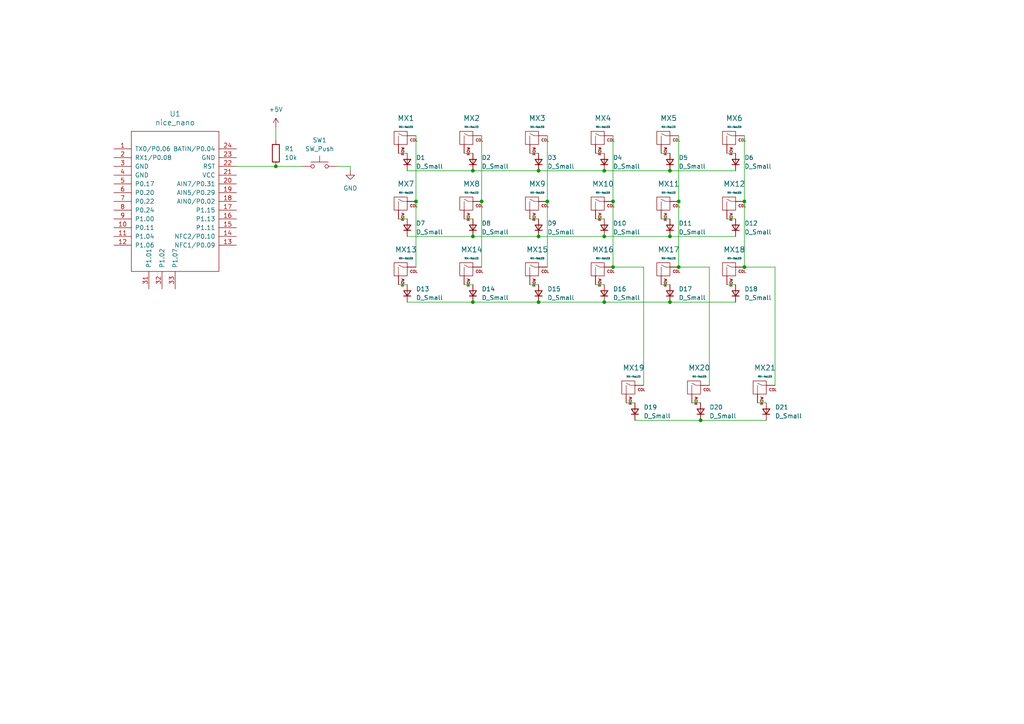
<source format=kicad_sch>
(kicad_sch (version 20230121) (generator eeschema)
  (paper "A4")
  (lib_symbols
    (symbol "Device:D_Small" (pin_numbers hide) (pin_names (offset 0.254) hide)
      (property "Reference" "D" (at -1.27 2.032 0))
      (property "Value" "D_Small" (at -3.81 -2.032 0))
      (symbol "D_Small_0_1"
        (polyline (pts (xy -0.762 -1.016) (xy -0.762 1.016)) (stroke (width 0.254)))
        (polyline (pts (xy -0.762 0) (xy 0.762 0)))
        (polyline (pts (xy 0.762 -1.016) (xy -0.762 0) (xy 0.762 1.016) (xy 0.762 -1.016)) (stroke (width 0.254)))
      )
      (symbol "D_Small_1_1"
        (pin passive line (at -2.54 0 0) (length 1.778) (name "K") (number "1"))
        (pin passive line (at 2.54 0 180) (length 1.778) (name "A") (number "2"))
      )
    )
    (symbol "Device:R" (pin_numbers hide) (pin_names (offset 0))
      (property "Reference" "R" (at 2.032 0 90))
      (property "Value" "R" (at 0 0 90))
      (symbol "R_0_1"
        (rectangle (start -1.016 -2.54) (end 1.016 2.54) (stroke (width 0.254)))
      )
      (symbol "R_1_1"
        (pin passive line (at 0 3.81 270) (length 1.27) (name "~") (number "1"))
        (pin passive line (at 0 -3.81 90) (length 1.27) (name "~") (number "2"))
      )
    )
    (symbol "MX_Alps_Hybrid:MX-NoLED" (pin_names (offset 1.016))
      (property "Reference" "MX" (at -0.635 3.81 0))
      (property "Value" "MX-NoLED" (at -0.635 1.27 0))
      (symbol "MX-NoLED_0_0"
        (rectangle (start -2.54 2.54) (end 1.27 -1.27))
        (polyline (pts (xy -1.27 -1.27) (xy -1.27 1.27)) (stroke (width 0.127)))
        (polyline (pts (xy 1.27 1.27) (xy 0 1.27) (xy -1.27 1.905)) (stroke (width 0.127)))
        (text "COL" (at 3.175 0 0) (effects (font (size 0.762 0.762))))
        (text "ROW" (at 0 -1.905 900) (effects (font (size 0.762 0.762)) (justify right)))
      )
      (symbol "MX-NoLED_1_1"
        (pin passive line (at 3.81 1.27 180) (length 2.54) (name "COL") (number "1"))
        (pin passive line (at -1.27 -3.81 90) (length 2.54) (name "ROW") (number "2"))
      )
    )
    (symbol "Switch:SW_Push" (pin_numbers hide) (pin_names (offset 1.016) hide)
      (property "Reference" "SW" (at 1.27 2.54 0))
      (property "Value" "SW_Push" (at 0 -1.524 0))
      (symbol "SW_Push_0_1"
        (circle (center -2.032 0) (radius 0.508))
        (polyline (pts (xy 0 1.27) (xy 0 3.048)))
        (polyline (pts (xy 2.54 1.27) (xy -2.54 1.27)))
        (circle (center 2.032 0) (radius 0.508))
        (pin passive line (at -5.08 0 0) (length 2.54) (name "1") (number "1"))
        (pin passive line (at 5.08 0 180) (length 2.54) (name "2") (number "2"))
      )
    )
    (symbol "nice-nano:nice_nano" (pin_names (offset 1.016))
      (property "Reference" "U" (at 0 0 0))
      (property "Value" "nice_nano" (at 0 2.54 0))
      (symbol "nice_nano_0_1"
        (rectangle (start -12.7 -21.59) (end 12.7 19.05))
      )
      (symbol "nice_nano_1_1"
        (pin input line (at -17.78 13.97 0) (length 5.08) (name "TX0/P0.06") (number "1"))
        (pin input line (at -17.78 -8.89 0) (length 5.08) (name "P0.11") (number "10"))
        (pin input line (at -17.78 -11.43 0) (length 5.08) (name "P1.04") (number "11"))
        (pin input line (at -17.78 -13.97 0) (length 5.08) (name "P1.06") (number "12"))
        (pin input line (at 17.78 -13.97 180) (length 5.08) (name "NFC1/P0.09") (number "13"))
        (pin input line (at 17.78 -11.43 180) (length 5.08) (name "NFC2/P0.10") (number "14"))
        (pin input line (at 17.78 -8.89 180) (length 5.08) (name "P1.11") (number "15"))
        (pin input line (at 17.78 -6.35 180) (length 5.08) (name "P1.13") (number "16"))
        (pin input line (at 17.78 -3.81 180) (length 5.08) (name "P1.15") (number "17"))
        (pin input line (at 17.78 -1.27 180) (length 5.08) (name "AIN0/P0.02") (number "18"))
        (pin input line (at 17.78 1.27 180) (length 5.08) (name "AIN5/P0.29") (number "19"))
        (pin input line (at -17.78 11.43 0) (length 5.08) (name "RX1/P0.08") (number "2"))
        (pin input line (at 17.78 3.81 180) (length 5.08) (name "AIN7/P0.31") (number "20"))
        (pin input line (at 17.78 6.35 180) (length 5.08) (name "VCC") (number "21"))
        (pin input line (at 17.78 8.89 180) (length 5.08) (name "RST") (number "22"))
        (pin input line (at 17.78 11.43 180) (length 5.08) (name "GND") (number "23"))
        (pin input line (at 17.78 13.97 180) (length 5.08) (name "BATIN/P0.04") (number "24"))
        (pin input line (at -17.78 8.89 0) (length 5.08) (name "GND") (number "3"))
        (pin input line (at -7.62 -26.67 90) (length 5.08) (name "P1.01") (number "31"))
        (pin input line (at -3.81 -26.67 90) (length 5.08) (name "P1.02") (number "32"))
        (pin input line (at 0 -26.67 90) (length 5.08) (name "P1.07") (number "33"))
        (pin input line (at -17.78 6.35 0) (length 5.08) (name "GND") (number "4"))
        (pin input line (at -17.78 3.81 0) (length 5.08) (name "P0.17") (number "5"))
        (pin input line (at -17.78 1.27 0) (length 5.08) (name "P0.20") (number "6"))
        (pin input line (at -17.78 -1.27 0) (length 5.08) (name "P0.22") (number "7"))
        (pin input line (at -17.78 -3.81 0) (length 5.08) (name "P0.24") (number "8"))
        (pin input line (at -17.78 -6.35 0) (length 5.08) (name "P1.00") (number "9"))
      )
    )
    (symbol "power:+5V" (power) (pin_names (offset 0))
      (property "Value" "+5V" (at 0 3.556 0))
      (symbol "+5V_0_1"
        (polyline (pts (xy -0.762 1.27) (xy 0 2.54)))
        (polyline (pts (xy 0 0) (xy 0 2.54)))
        (polyline (pts (xy 0 2.54) (xy 0.762 1.27)))
      )
      (symbol "+5V_1_1"
        (pin power_in line (at 0 0 90) (length 0) hide (name "+5V") (number "1"))
      )
    )
    (symbol "power:GND" (power) (pin_names (offset 0))
      (property "Value" "GND" (at 0 -3.81 0))
      (symbol "GND_0_1"
        (polyline (pts (xy 0 0) (xy 0 -1.27) (xy 1.27 -1.27) (xy 0 -2.54) (xy -1.27 -1.27) (xy 0 -1.27)))
      )
      (symbol "GND_1_1"
        (pin power_in line (at 0 0 270) (length 0) hide (name "GND") (number "1"))
      )
    )
  )
  (junction (at 156.21 87.63))
  (junction (at 177.8 58.42))
  (junction (at 80.01 48.26))
  (junction (at 196.85 58.42))
  (junction (at 175.26 68.58))
  (junction (at 215.9 58.42))
  (junction (at 175.26 87.63))
  (junction (at 196.85 77.47))
  (junction (at 137.16 68.58))
  (junction (at 156.21 68.58))
  (junction (at 175.26 49.53))
  (junction (at 215.9 77.47))
  (junction (at 137.16 49.53))
  (junction (at 194.31 49.53))
  (junction (at 194.31 68.58))
  (junction (at 120.65 58.42))
  (junction (at 156.21 49.53))
  (junction (at 137.16 87.63))
  (junction (at 139.7 58.42))
  (junction (at 177.8 77.47))
  (junction (at 158.75 58.42))
  (junction (at 194.31 87.63))
  (junction (at 203.2 121.92))
  (wire (pts (xy 80.01 36.83) (xy 80.01 40.64)))
  (wire (pts (xy 177.8 39.37) (xy 177.8 58.42)))
  (wire (pts (xy 191.77 82.55) (xy 194.31 82.55)))
  (wire (pts (xy 191.77 63.5) (xy 194.31 63.5)))
  (wire (pts (xy 134.62 44.45) (xy 137.16 44.45)))
  (wire (pts (xy 186.69 111.76) (xy 186.69 77.47)))
  (wire (pts (xy 175.26 49.53) (xy 194.31 49.53)))
  (wire (pts (xy 215.9 58.42) (xy 215.9 77.47)))
  (wire (pts (xy 68.58 48.26) (xy 80.01 48.26)))
  (wire (pts (xy 156.21 87.63) (xy 175.26 87.63)))
  (wire (pts (xy 134.62 82.55) (xy 137.16 82.55)))
  (wire (pts (xy 139.7 39.37) (xy 139.7 58.42)))
  (wire (pts (xy 215.9 39.37) (xy 215.9 58.42)))
  (wire (pts (xy 172.72 44.45) (xy 175.26 44.45)))
  (wire (pts (xy 115.57 63.5) (xy 118.11 63.5)))
  (wire (pts (xy 194.31 49.53) (xy 213.36 49.53)))
  (wire (pts (xy 120.65 58.42) (xy 120.65 77.47)))
  (wire (pts (xy 203.2 121.92) (xy 222.25 121.92)))
  (wire (pts (xy 101.6 49.53) (xy 101.6 48.26)))
  (wire (pts (xy 175.26 87.63) (xy 194.31 87.63)))
  (wire (pts (xy 184.15 121.92) (xy 203.2 121.92)))
  (wire (pts (xy 205.74 111.76) (xy 205.74 77.47)))
  (wire (pts (xy 137.16 87.63) (xy 156.21 87.63)))
  (wire (pts (xy 153.67 82.55) (xy 156.21 82.55)))
  (wire (pts (xy 115.57 82.55) (xy 118.11 82.55)))
  (wire (pts (xy 224.79 111.76) (xy 224.79 77.47)))
  (wire (pts (xy 186.69 77.47) (xy 177.8 77.47)))
  (wire (pts (xy 156.21 68.58) (xy 175.26 68.58)))
  (wire (pts (xy 118.11 49.53) (xy 137.16 49.53)))
  (wire (pts (xy 120.65 39.37) (xy 120.65 58.42)))
  (wire (pts (xy 137.16 68.58) (xy 156.21 68.58)))
  (wire (pts (xy 80.01 48.26) (xy 87.63 48.26)))
  (wire (pts (xy 172.72 82.55) (xy 175.26 82.55)))
  (wire (pts (xy 196.85 39.37) (xy 196.85 58.42)))
  (wire (pts (xy 134.62 63.5) (xy 137.16 63.5)))
  (wire (pts (xy 200.66 116.84) (xy 203.2 116.84)))
  (wire (pts (xy 139.7 58.42) (xy 139.7 77.47)))
  (wire (pts (xy 210.82 63.5) (xy 213.36 63.5)))
  (wire (pts (xy 158.75 39.37) (xy 158.75 58.42)))
  (wire (pts (xy 175.26 68.58) (xy 194.31 68.58)))
  (wire (pts (xy 205.74 77.47) (xy 196.85 77.47)))
  (wire (pts (xy 210.82 44.45) (xy 213.36 44.45)))
  (wire (pts (xy 153.67 63.5) (xy 156.21 63.5)))
  (wire (pts (xy 158.75 58.42) (xy 158.75 77.47)))
  (wire (pts (xy 210.82 82.55) (xy 213.36 82.55)))
  (wire (pts (xy 153.67 44.45) (xy 156.21 44.45)))
  (wire (pts (xy 194.31 68.58) (xy 213.36 68.58)))
  (wire (pts (xy 137.16 49.53) (xy 156.21 49.53)))
  (wire (pts (xy 115.57 44.45) (xy 118.11 44.45)))
  (wire (pts (xy 196.85 58.42) (xy 196.85 77.47)))
  (wire (pts (xy 177.8 58.42) (xy 177.8 77.47)))
  (wire (pts (xy 156.21 49.53) (xy 175.26 49.53)))
  (wire (pts (xy 101.6 48.26) (xy 97.79 48.26)))
  (wire (pts (xy 181.61 116.84) (xy 184.15 116.84)))
  (wire (pts (xy 118.11 68.58) (xy 137.16 68.58)))
  (wire (pts (xy 191.77 44.45) (xy 194.31 44.45)))
  (wire (pts (xy 219.71 116.84) (xy 222.25 116.84)))
  (wire (pts (xy 194.31 87.63) (xy 213.36 87.63)))
  (wire (pts (xy 118.11 87.63) (xy 137.16 87.63)))
  (wire (pts (xy 172.72 63.5) (xy 175.26 63.5)))
  (wire (pts (xy 224.79 77.47) (xy 215.9 77.47)))
  (symbol (lib_id "Device:D_Small") (at 137.16 46.99 90) (unit 1)
    (property "Reference" "D2" (at 139.7 45.72 90) (effects (justify right)))
    (property "Value" "D_Small" (at 139.7 48.26 90) (effects (justify right)))
    (property "Sim.Device" "D" (effects hide))
    (property "Sim.Pins" "1=K 2=A" (effects hide))
  )
  (symbol (lib_id "MX_Alps_Hybrid:MX-NoLED") (at 173.99 78.74 0) (unit 1)
    (property "Reference" "MX16" (at 174.8852 72.39 0) (effects (font (size 1.524 1.524))))
    (property "Value" "MX-NoLED" (at 174.8852 74.93 0) (effects (font (size 0.508 0.508))))
  )
  (symbol (lib_id "MX_Alps_Hybrid:MX-NoLED") (at 154.94 40.64 0) (unit 1)
    (property "Reference" "MX3" (at 155.8352 34.29 0) (effects (font (size 1.524 1.524))))
    (property "Value" "MX-NoLED" (at 155.8352 36.83 0) (effects (font (size 0.508 0.508))))
  )
  (symbol (lib_id "MX_Alps_Hybrid:MX-NoLED") (at 135.89 78.74 0) (unit 1)
    (property "Reference" "MX14" (at 136.7852 72.39 0) (effects (font (size 1.524 1.524))))
    (property "Value" "MX-NoLED" (at 136.7852 74.93 0) (effects (font (size 0.508 0.508))))
  )
  (symbol (lib_id "Device:D_Small") (at 118.11 66.04 90) (unit 1)
    (property "Reference" "D7" (at 120.65 64.77 90) (effects (justify right)))
    (property "Value" "D_Small" (at 120.65 67.31 90) (effects (justify right)))
    (property "Sim.Device" "D" (effects hide))
    (property "Sim.Pins" "1=K 2=A" (effects hide))
  )
  (symbol (lib_id "nice-nano:nice_nano") (at 50.8 57.15 0) (unit 1)
    (property "Reference" "U1" (at 50.8 33.02 0) (effects (font (size 1.524 1.524))))
    (property "Value" "nice_nano" (at 50.8 35.56 0) (effects (font (size 1.524 1.524))))
  )
  (symbol (lib_id "MX_Alps_Hybrid:MX-NoLED") (at 135.89 59.69 0) (unit 1)
    (property "Reference" "MX8" (at 136.7852 53.34 0) (effects (font (size 1.524 1.524))))
    (property "Value" "MX-NoLED" (at 136.7852 55.88 0) (effects (font (size 0.508 0.508))))
  )
  (symbol (lib_id "MX_Alps_Hybrid:MX-NoLED") (at 173.99 59.69 0) (unit 1)
    (property "Reference" "MX10" (at 174.8852 53.34 0) (effects (font (size 1.524 1.524))))
    (property "Value" "MX-NoLED" (at 174.8852 55.88 0) (effects (font (size 0.508 0.508))))
  )
  (symbol (lib_id "Device:D_Small") (at 213.36 66.04 90) (unit 1)
    (property "Reference" "D12" (at 215.9 64.77 90) (effects (justify right)))
    (property "Value" "D_Small" (at 215.9 67.31 90) (effects (justify right)))
    (property "Sim.Device" "D" (effects hide))
    (property "Sim.Pins" "1=K 2=A" (effects hide))
  )
  (symbol (lib_id "Device:D_Small") (at 118.11 46.99 90) (unit 1)
    (property "Reference" "D1" (at 120.65 45.72 90) (effects (justify right)))
    (property "Value" "D_Small" (at 120.65 48.26 90) (effects (justify right)))
    (property "Sim.Device" "D" (effects hide))
    (property "Sim.Pins" "1=K 2=A" (effects hide))
  )
  (symbol (lib_id "Device:D_Small") (at 213.36 85.09 90) (unit 1)
    (property "Reference" "D18" (at 215.9 83.82 90) (effects (justify right)))
    (property "Value" "D_Small" (at 215.9 86.36 90) (effects (justify right)))
    (property "Sim.Device" "D" (effects hide))
    (property "Sim.Pins" "1=K 2=A" (effects hide))
  )
  (symbol (lib_id "Device:D_Small") (at 156.21 85.09 90) (unit 1)
    (property "Reference" "D15" (at 158.75 83.82 90) (effects (justify right)))
    (property "Value" "D_Small" (at 158.75 86.36 90) (effects (justify right)))
    (property "Sim.Device" "D" (effects hide))
    (property "Sim.Pins" "1=K 2=A" (effects hide))
  )
  (symbol (lib_id "Device:D_Small") (at 137.16 85.09 90) (unit 1)
    (property "Reference" "D14" (at 139.7 83.82 90) (effects (justify right)))
    (property "Value" "D_Small" (at 139.7 86.36 90) (effects (justify right)))
    (property "Sim.Device" "D" (effects hide))
    (property "Sim.Pins" "1=K 2=A" (effects hide))
  )
  (symbol (lib_id "MX_Alps_Hybrid:MX-NoLED") (at 182.88 113.03 0) (unit 1)
    (property "Reference" "MX19" (at 183.7752 106.68 0) (effects (font (size 1.524 1.524))))
    (property "Value" "MX-NoLED" (at 183.7752 109.22 0) (effects (font (size 0.508 0.508))))
  )
  (symbol (lib_id "Device:D_Small") (at 222.25 119.38 90) (unit 1)
    (property "Reference" "D21" (at 224.79 118.11 90) (effects (justify right)))
    (property "Value" "D_Small" (at 224.79 120.65 90) (effects (justify right)))
    (property "Sim.Device" "D" (effects hide))
    (property "Sim.Pins" "1=K 2=A" (effects hide))
  )
  (symbol (lib_id "MX_Alps_Hybrid:MX-NoLED") (at 135.89 40.64 0) (unit 1)
    (property "Reference" "MX2" (at 136.7852 34.29 0) (effects (font (size 1.524 1.524))))
    (property "Value" "MX-NoLED" (at 136.7852 36.83 0) (effects (font (size 0.508 0.508))))
  )
  (symbol (lib_id "MX_Alps_Hybrid:MX-NoLED") (at 173.99 40.64 0) (unit 1)
    (property "Reference" "MX4" (at 174.8852 34.29 0) (effects (font (size 1.524 1.524))))
    (property "Value" "MX-NoLED" (at 174.8852 36.83 0) (effects (font (size 0.508 0.508))))
  )
  (symbol (lib_id "Device:R") (at 80.01 44.45 0) (unit 1)
    (property "Reference" "R1" (at 82.55 43.18 0) (effects (justify left)))
    (property "Value" "10k" (at 82.55 45.72 0) (effects (justify left)))
  )
  (symbol (lib_id "MX_Alps_Hybrid:MX-NoLED") (at 201.93 113.03 0) (unit 1)
    (property "Reference" "MX20" (at 202.8252 106.68 0) (effects (font (size 1.524 1.524))))
    (property "Value" "MX-NoLED" (at 202.8252 109.22 0) (effects (font (size 0.508 0.508))))
  )
  (symbol (lib_id "Switch:SW_Push") (at 92.71 48.26 0) (unit 1)
    (property "Reference" "SW1" (at 92.71 40.64 0))
    (property "Value" "SW_Push" (at 92.71 43.18 0))
  )
  (symbol (lib_id "Device:D_Small") (at 118.11 85.09 90) (unit 1)
    (property "Reference" "D13" (at 120.65 83.82 90) (effects (justify right)))
    (property "Value" "D_Small" (at 120.65 86.36 90) (effects (justify right)))
    (property "Sim.Device" "D" (effects hide))
    (property "Sim.Pins" "1=K 2=A" (effects hide))
  )
  (symbol (lib_id "power:GND") (at 101.6 49.53 0) (unit 1)
    (property "Reference" "#PWR01" (effects hide))
    (property "Value" "GND" (at 101.6 54.61 0))
  )
  (symbol (lib_id "Device:D_Small") (at 194.31 85.09 90) (unit 1)
    (property "Reference" "D17" (at 196.85 83.82 90) (effects (justify right)))
    (property "Value" "D_Small" (at 196.85 86.36 90) (effects (justify right)))
    (property "Sim.Device" "D" (effects hide))
    (property "Sim.Pins" "1=K 2=A" (effects hide))
  )
  (symbol (lib_id "MX_Alps_Hybrid:MX-NoLED") (at 220.98 113.03 0) (unit 1)
    (property "Reference" "MX21" (at 221.8752 106.68 0) (effects (font (size 1.524 1.524))))
    (property "Value" "MX-NoLED" (at 221.8752 109.22 0) (effects (font (size 0.508 0.508))))
  )
  (symbol (lib_id "Device:D_Small") (at 137.16 66.04 90) (unit 1)
    (property "Reference" "D8" (at 139.7 64.77 90) (effects (justify right)))
    (property "Value" "D_Small" (at 139.7 67.31 90) (effects (justify right)))
    (property "Sim.Device" "D" (effects hide))
    (property "Sim.Pins" "1=K 2=A" (effects hide))
  )
  (symbol (lib_id "MX_Alps_Hybrid:MX-NoLED") (at 116.84 59.69 0) (unit 1)
    (property "Reference" "MX7" (at 117.7352 53.34 0) (effects (font (size 1.524 1.524))))
    (property "Value" "MX-NoLED" (at 117.7352 55.88 0) (effects (font (size 0.508 0.508))))
  )
  (symbol (lib_id "Device:D_Small") (at 156.21 46.99 90) (unit 1)
    (property "Reference" "D3" (at 158.75 45.72 90) (effects (justify right)))
    (property "Value" "D_Small" (at 158.75 48.26 90) (effects (justify right)))
    (property "Sim.Device" "D" (effects hide))
    (property "Sim.Pins" "1=K 2=A" (effects hide))
  )
  (symbol (lib_id "MX_Alps_Hybrid:MX-NoLED") (at 212.09 78.74 0) (unit 1)
    (property "Reference" "MX18" (at 212.9852 72.39 0) (effects (font (size 1.524 1.524))))
    (property "Value" "MX-NoLED" (at 212.9852 74.93 0) (effects (font (size 0.508 0.508))))
  )
  (symbol (lib_id "MX_Alps_Hybrid:MX-NoLED") (at 116.84 40.64 0) (unit 1)
    (property "Reference" "MX1" (at 117.7352 34.29 0) (effects (font (size 1.524 1.524))))
    (property "Value" "MX-NoLED" (at 117.7352 36.83 0) (effects (font (size 0.508 0.508))))
  )
  (symbol (lib_id "Device:D_Small") (at 194.31 46.99 90) (unit 1)
    (property "Reference" "D5" (at 196.85 45.72 90) (effects (justify right)))
    (property "Value" "D_Small" (at 196.85 48.26 90) (effects (justify right)))
    (property "Sim.Device" "D" (effects hide))
    (property "Sim.Pins" "1=K 2=A" (effects hide))
  )
  (symbol (lib_id "MX_Alps_Hybrid:MX-NoLED") (at 154.94 59.69 0) (unit 1)
    (property "Reference" "MX9" (at 155.8352 53.34 0) (effects (font (size 1.524 1.524))))
    (property "Value" "MX-NoLED" (at 155.8352 55.88 0) (effects (font (size 0.508 0.508))))
  )
  (symbol (lib_id "Device:D_Small") (at 175.26 46.99 90) (unit 1)
    (property "Reference" "D4" (at 177.8 45.72 90) (effects (justify right)))
    (property "Value" "D_Small" (at 177.8 48.26 90) (effects (justify right)))
    (property "Sim.Device" "D" (effects hide))
    (property "Sim.Pins" "1=K 2=A" (effects hide))
  )
  (symbol (lib_id "power:+5V") (at 80.01 36.83 0) (unit 1)
    (property "Reference" "#PWR02" (effects hide))
    (property "Value" "+5V" (at 80.01 31.75 0))
  )
  (symbol (lib_id "MX_Alps_Hybrid:MX-NoLED") (at 154.94 78.74 0) (unit 1)
    (property "Reference" "MX15" (at 155.8352 72.39 0) (effects (font (size 1.524 1.524))))
    (property "Value" "MX-NoLED" (at 155.8352 74.93 0) (effects (font (size 0.508 0.508))))
  )
  (symbol (lib_id "Device:D_Small") (at 175.26 66.04 90) (unit 1)
    (property "Reference" "D10" (at 177.8 64.77 90) (effects (justify right)))
    (property "Value" "D_Small" (at 177.8 67.31 90) (effects (justify right)))
    (property "Sim.Device" "D" (effects hide))
    (property "Sim.Pins" "1=K 2=A" (effects hide))
  )
  (symbol (lib_id "Device:D_Small") (at 213.36 46.99 90) (unit 1)
    (property "Reference" "D6" (at 215.9 45.72 90) (effects (justify right)))
    (property "Value" "D_Small" (at 215.9 48.26 90) (effects (justify right)))
    (property "Sim.Device" "D" (effects hide))
    (property "Sim.Pins" "1=K 2=A" (effects hide))
  )
  (symbol (lib_id "Device:D_Small") (at 184.15 119.38 90) (unit 1)
    (property "Reference" "D19" (at 186.69 118.11 90) (effects (justify right)))
    (property "Value" "D_Small" (at 186.69 120.65 90) (effects (justify right)))
    (property "Sim.Device" "D" (effects hide))
    (property "Sim.Pins" "1=K 2=A" (effects hide))
  )
  (symbol (lib_id "Device:D_Small") (at 156.21 66.04 90) (unit 1)
    (property "Reference" "D9" (at 158.75 64.77 90) (effects (justify right)))
    (property "Value" "D_Small" (at 158.75 67.31 90) (effects (justify right)))
    (property "Sim.Device" "D" (effects hide))
    (property "Sim.Pins" "1=K 2=A" (effects hide))
  )
  (symbol (lib_id "MX_Alps_Hybrid:MX-NoLED") (at 212.09 40.64 0) (unit 1)
    (property "Reference" "MX6" (at 212.9852 34.29 0) (effects (font (size 1.524 1.524))))
    (property "Value" "MX-NoLED" (at 212.9852 36.83 0) (effects (font (size 0.508 0.508))))
  )
  (symbol (lib_id "Device:D_Small") (at 203.2 119.38 90) (unit 1)
    (property "Reference" "D20" (at 205.74 118.11 90) (effects (justify right)))
    (property "Value" "D_Small" (at 205.74 120.65 90) (effects (justify right)))
    (property "Sim.Device" "D" (effects hide))
    (property "Sim.Pins" "1=K 2=A" (effects hide))
  )
  (symbol (lib_id "Device:D_Small") (at 194.31 66.04 90) (unit 1)
    (property "Reference" "D11" (at 196.85 64.77 90) (effects (justify right)))
    (property "Value" "D_Small" (at 196.85 67.31 90) (effects (justify right)))
    (property "Sim.Device" "D" (effects hide))
    (property "Sim.Pins" "1=K 2=A" (effects hide))
  )
  (symbol (lib_id "MX_Alps_Hybrid:MX-NoLED") (at 212.09 59.69 0) (unit 1)
    (property "Reference" "MX12" (at 212.9852 53.34 0) (effects (font (size 1.524 1.524))))
    (property "Value" "MX-NoLED" (at 212.9852 55.88 0) (effects (font (size 0.508 0.508))))
  )
  (symbol (lib_id "Device:D_Small") (at 175.26 85.09 90) (unit 1)
    (property "Reference" "D16" (at 177.8 83.82 90) (effects (justify right)))
    (property "Value" "D_Small" (at 177.8 86.36 90) (effects (justify right)))
    (property "Sim.Device" "D" (effects hide))
    (property "Sim.Pins" "1=K 2=A" (effects hide))
  )
  (symbol (lib_id "MX_Alps_Hybrid:MX-NoLED") (at 193.04 78.74 0) (unit 1)
    (property "Reference" "MX17" (at 193.9352 72.39 0) (effects (font (size 1.524 1.524))))
    (property "Value" "MX-NoLED" (at 193.9352 74.93 0) (effects (font (size 0.508 0.508))))
  )
  (symbol (lib_id "MX_Alps_Hybrid:MX-NoLED") (at 116.84 78.74 0) (unit 1)
    (property "Reference" "MX13" (at 117.7352 72.39 0) (effects (font (size 1.524 1.524))))
    (property "Value" "MX-NoLED" (at 117.7352 74.93 0) (effects (font (size 0.508 0.508))))
  )
  (symbol (lib_id "MX_Alps_Hybrid:MX-NoLED") (at 193.04 59.69 0) (unit 1)
    (property "Reference" "MX11" (at 193.9352 53.34 0) (effects (font (size 1.524 1.524))))
    (property "Value" "MX-NoLED" (at 193.9352 55.88 0) (effects (font (size 0.508 0.508))))
  )
  (symbol (lib_id "MX_Alps_Hybrid:MX-NoLED") (at 193.04 40.64 0) (unit 1)
    (property "Reference" "MX5" (at 193.9352 34.29 0) (effects (font (size 1.524 1.524))))
    (property "Value" "MX-NoLED" (at 193.9352 36.83 0) (effects (font (size 0.508 0.508))))
  )
)
</source>
